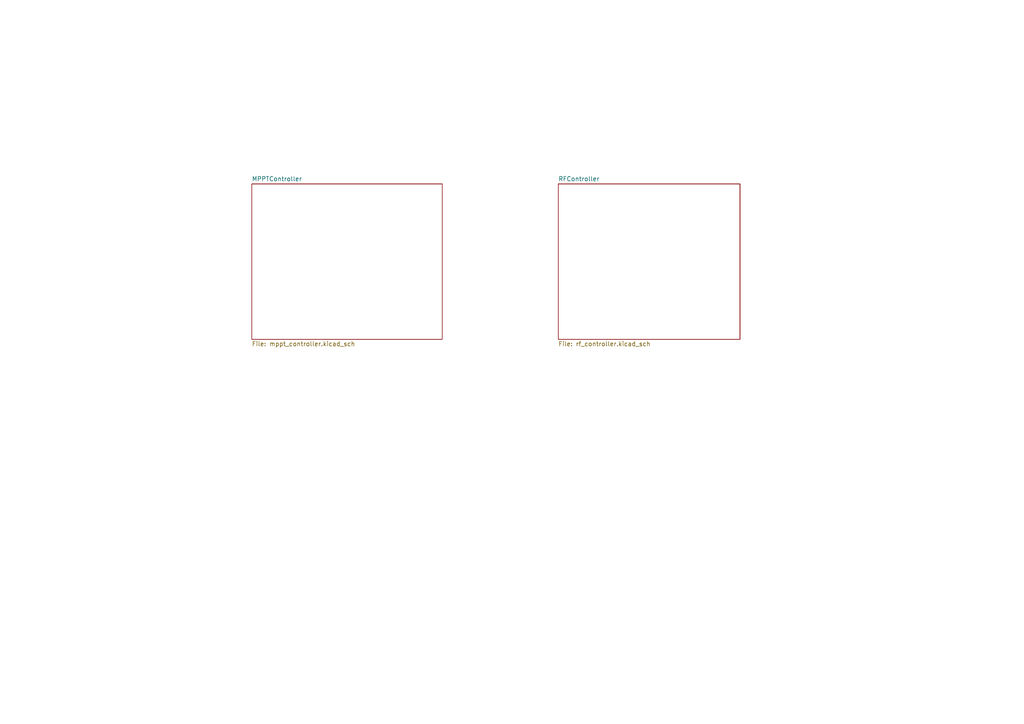
<source format=kicad_sch>
(kicad_sch
	(version 20231120)
	(generator "eeschema")
	(generator_version "8.0")
	(uuid "e284f0e3-96e6-4957-acfc-45c905baa800")
	(paper "A4")
	(lib_symbols)
	(sheet
		(at 73.025 53.34)
		(size 55.245 45.085)
		(fields_autoplaced yes)
		(stroke
			(width 0.1524)
			(type solid)
		)
		(fill
			(color 0 0 0 0.0000)
		)
		(uuid "66c652f9-1522-4271-b419-016a2a2605cf")
		(property "Sheetname" "MPPTController"
			(at 73.025 52.6284 0)
			(effects
				(font
					(size 1.27 1.27)
				)
				(justify left bottom)
			)
		)
		(property "Sheetfile" "mppt_controller.kicad_sch"
			(at 73.025 99.0096 0)
			(effects
				(font
					(size 1.27 1.27)
				)
				(justify left top)
			)
		)
		(instances
			(project "IchnaeaV1"
				(path "/1a8ad36a-4b76-4949-97c2-661f12a0b1d9/7342cc35-6a9f-494d-986c-f265a8bd1d63"
					(page "4")
				)
			)
		)
	)
	(sheet
		(at 161.925 53.34)
		(size 52.705 45.085)
		(fields_autoplaced yes)
		(stroke
			(width 0.1524)
			(type solid)
		)
		(fill
			(color 0 0 0 0.0000)
		)
		(uuid "d916f84f-afac-4b80-8af5-4120515ba582")
		(property "Sheetname" "RFController"
			(at 161.925 52.6284 0)
			(effects
				(font
					(size 1.27 1.27)
				)
				(justify left bottom)
			)
		)
		(property "Sheetfile" "rf_controller.kicad_sch"
			(at 161.925 99.0096 0)
			(effects
				(font
					(size 1.27 1.27)
				)
				(justify left top)
			)
		)
		(instances
			(project "IchnaeaV1"
				(path "/1a8ad36a-4b76-4949-97c2-661f12a0b1d9/7342cc35-6a9f-494d-986c-f265a8bd1d63"
					(page "5")
				)
			)
		)
	)
)
</source>
